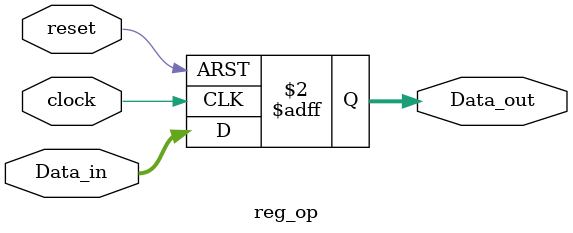
<source format=sv>
module reg_op ( 

input logic [2:0] Data_in,
input logic clock, reset,
output logic [2:0] Data_out);

always_ff @ ( posedge reset or posedge clock) 
	if (reset) Data_out <= 3'b0;

else Data_out <= Data_in;

endmodule
</source>
